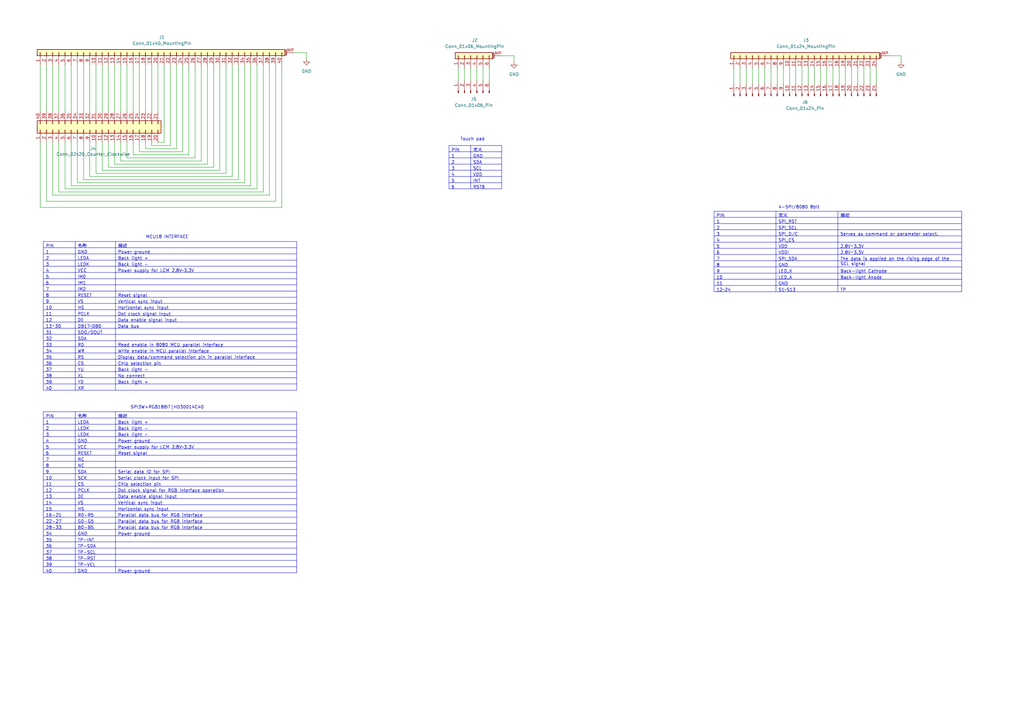
<source format=kicad_sch>
(kicad_sch (version 20250114) (generator "eeschema") (generator_version "9.0")
  (paper "A3")
  (lib_symbols
    (symbol "Connector:Conn_01x06_Pin" (pin_names (offset 1.016) (hide yes))
      (property "Reference" "J" (at 0 7.62 0))
      (property "Value" "Conn_01x06_Pin" (at 0 -10.16 0))
      (symbol "Conn_01x06_Pin_1_1"
        (pin passive line (at 5.08 5.08 180) (length 3.81) (name "Pin_1") (number "1"))
        (pin passive line (at 5.08 2.54 180) (length 3.81) (name "Pin_2") (number "2"))
        (pin passive line (at 5.08 0 180) (length 3.81) (name "Pin_3") (number "3"))
        (pin passive line (at 5.08 -2.54 180) (length 3.81) (name "Pin_4") (number "4"))
        (pin passive line (at 5.08 -5.08 180) (length 3.81) (name "Pin_5") (number "5"))
        (pin passive line (at 5.08 -7.62 180) (length 3.81) (name "Pin_6") (number "6"))
      )
    )
    (symbol "Connector:Conn_01x24_Pin" (pin_names (offset 1.016) (hide yes))
      (property "Reference" "J" (at 0 30.48 0))
      (property "Value" "Conn_01x24_Pin" (at 0 -33.02 0))
      (symbol "Conn_01x24_Pin_1_1"
        (pin passive line (at 5.08 27.94 180) (length 3.81) (name "Pin_1") (number "1"))
        (pin passive line (at 5.08 25.4 180) (length 3.81) (name "Pin_2") (number "2"))
        (pin passive line (at 5.08 22.86 180) (length 3.81) (name "Pin_3") (number "3"))
        (pin passive line (at 5.08 20.32 180) (length 3.81) (name "Pin_4") (number "4"))
        (pin passive line (at 5.08 17.78 180) (length 3.81) (name "Pin_5") (number "5"))
        (pin passive line (at 5.08 15.24 180) (length 3.81) (name "Pin_6") (number "6"))
        (pin passive line (at 5.08 12.7 180) (length 3.81) (name "Pin_7") (number "7"))
        (pin passive line (at 5.08 10.16 180) (length 3.81) (name "Pin_8") (number "8"))
        (pin passive line (at 5.08 7.62 180) (length 3.81) (name "Pin_9") (number "9"))
        (pin passive line (at 5.08 5.08 180) (length 3.81) (name "Pin_10") (number "10"))
        (pin passive line (at 5.08 2.54 180) (length 3.81) (name "Pin_11") (number "11"))
        (pin passive line (at 5.08 0 180) (length 3.81) (name "Pin_12") (number "12"))
        (pin passive line (at 5.08 -2.54 180) (length 3.81) (name "Pin_13") (number "13"))
        (pin passive line (at 5.08 -5.08 180) (length 3.81) (name "Pin_14") (number "14"))
        (pin passive line (at 5.08 -7.62 180) (length 3.81) (name "Pin_15") (number "15"))
        (pin passive line (at 5.08 -10.16 180) (length 3.81) (name "Pin_16") (number "16"))
        (pin passive line (at 5.08 -12.7 180) (length 3.81) (name "Pin_17") (number "17"))
        (pin passive line (at 5.08 -15.24 180) (length 3.81) (name "Pin_18") (number "18"))
        (pin passive line (at 5.08 -17.78 180) (length 3.81) (name "Pin_19") (number "19"))
        (pin passive line (at 5.08 -20.32 180) (length 3.81) (name "Pin_20") (number "20"))
        (pin passive line (at 5.08 -22.86 180) (length 3.81) (name "Pin_21") (number "21"))
        (pin passive line (at 5.08 -25.4 180) (length 3.81) (name "Pin_22") (number "22"))
        (pin passive line (at 5.08 -27.94 180) (length 3.81) (name "Pin_23") (number "23"))
        (pin passive line (at 5.08 -30.48 180) (length 3.81) (name "Pin_24") (number "24"))
      )
    )
    (symbol "Connector_Generic:Conn_02x20_Counter_Clockwise" (pin_names (offset 1.016) (hide yes))
      (property "Reference" "J" (at 1.27 25.4 0))
      (property "Value" "Conn_02x20_Counter_Clockwise" (at 1.27 -27.94 0))
      (symbol "Conn_02x20_Counter_Clockwise_1_1"
        (pin passive line (at -5.08 22.86 0) (length 3.81) (name "Pin_1") (number "1"))
        (pin passive line (at -5.08 20.32 0) (length 3.81) (name "Pin_2") (number "2"))
        (pin passive line (at -5.08 17.78 0) (length 3.81) (name "Pin_3") (number "3"))
        (pin passive line (at -5.08 15.24 0) (length 3.81) (name "Pin_4") (number "4"))
        (pin passive line (at -5.08 12.7 0) (length 3.81) (name "Pin_5") (number "5"))
        (pin passive line (at -5.08 10.16 0) (length 3.81) (name "Pin_6") (number "6"))
        (pin passive line (at -5.08 7.62 0) (length 3.81) (name "Pin_7") (number "7"))
        (pin passive line (at -5.08 5.08 0) (length 3.81) (name "Pin_8") (number "8"))
        (pin passive line (at -5.08 2.54 0) (length 3.81) (name "Pin_9") (number "9"))
        (pin passive line (at -5.08 0 0) (length 3.81) (name "Pin_10") (number "10"))
        (pin passive line (at -5.08 -2.54 0) (length 3.81) (name "Pin_11") (number "11"))
        (pin passive line (at -5.08 -5.08 0) (length 3.81) (name "Pin_12") (number "12"))
        (pin passive line (at -5.08 -7.62 0) (length 3.81) (name "Pin_13") (number "13"))
        (pin passive line (at -5.08 -10.16 0) (length 3.81) (name "Pin_14") (number "14"))
        (pin passive line (at -5.08 -12.7 0) (length 3.81) (name "Pin_15") (number "15"))
        (pin passive line (at -5.08 -15.24 0) (length 3.81) (name "Pin_16") (number "16"))
        (pin passive line (at -5.08 -17.78 0) (length 3.81) (name "Pin_17") (number "17"))
        (pin passive line (at -5.08 -20.32 0) (length 3.81) (name "Pin_18") (number "18"))
        (pin passive line (at -5.08 -22.86 0) (length 3.81) (name "Pin_19") (number "19"))
        (pin passive line (at -5.08 -25.4 0) (length 3.81) (name "Pin_20") (number "20"))
        (pin passive line (at 7.62 22.86 180) (length 3.81) (name "Pin_40") (number "40"))
        (pin passive line (at 7.62 20.32 180) (length 3.81) (name "Pin_39") (number "39"))
        (pin passive line (at 7.62 17.78 180) (length 3.81) (name "Pin_38") (number "38"))
        (pin passive line (at 7.62 15.24 180) (length 3.81) (name "Pin_37") (number "37"))
        (pin passive line (at 7.62 12.7 180) (length 3.81) (name "Pin_36") (number "36"))
        (pin passive line (at 7.62 10.16 180) (length 3.81) (name "Pin_35") (number "35"))
        (pin passive line (at 7.62 7.62 180) (length 3.81) (name "Pin_34") (number "34"))
        (pin passive line (at 7.62 5.08 180) (length 3.81) (name "Pin_33") (number "33"))
        (pin passive line (at 7.62 2.54 180) (length 3.81) (name "Pin_32") (number "32"))
        (pin passive line (at 7.62 0 180) (length 3.81) (name "Pin_31") (number "31"))
        (pin passive line (at 7.62 -2.54 180) (length 3.81) (name "Pin_30") (number "30"))
        (pin passive line (at 7.62 -5.08 180) (length 3.81) (name "Pin_29") (number "29"))
        (pin passive line (at 7.62 -7.62 180) (length 3.81) (name "Pin_28") (number "28"))
        (pin passive line (at 7.62 -10.16 180) (length 3.81) (name "Pin_27") (number "27"))
        (pin passive line (at 7.62 -12.7 180) (length 3.81) (name "Pin_26") (number "26"))
        (pin passive line (at 7.62 -15.24 180) (length 3.81) (name "Pin_25") (number "25"))
        (pin passive line (at 7.62 -17.78 180) (length 3.81) (name "Pin_24") (number "24"))
        (pin passive line (at 7.62 -20.32 180) (length 3.81) (name "Pin_23") (number "23"))
        (pin passive line (at 7.62 -22.86 180) (length 3.81) (name "Pin_22") (number "22"))
        (pin passive line (at 7.62 -25.4 180) (length 3.81) (name "Pin_21") (number "21"))
      )
    )
    (symbol "Connector_Generic_MountingPin:Conn_01x06_MountingPin" (pin_names (offset 1.016) (hide yes))
      (property "Reference" "J" (at 0 7.62 0))
      (property "Value" "Conn_01x06_MountingPin" (at 1.27 -10.16 0))
      (symbol "Conn_01x06_MountingPin_1_1"
        (text "Mounting" (at 0 -9.271 0) (effects (font (size 0.381 0.381))))
        (pin passive line (at -5.08 5.08 0) (length 3.81) (name "Pin_1") (number "1"))
        (pin passive line (at -5.08 2.54 0) (length 3.81) (name "Pin_2") (number "2"))
        (pin passive line (at -5.08 0 0) (length 3.81) (name "Pin_3") (number "3"))
        (pin passive line (at -5.08 -2.54 0) (length 3.81) (name "Pin_4") (number "4"))
        (pin passive line (at -5.08 -5.08 0) (length 3.81) (name "Pin_5") (number "5"))
        (pin passive line (at -5.08 -7.62 0) (length 3.81) (name "Pin_6") (number "6"))
        (pin passive line (at 0 -12.7 90) (length 3.048) (name "MountPin") (number "MP"))
      )
    )
    (symbol "Connector_Generic_MountingPin:Conn_01x24_MountingPin" (pin_names (offset 1.016) (hide yes))
      (property "Reference" "J" (at 0 30.48 0))
      (property "Value" "Conn_01x24_MountingPin" (at 1.27 -33.02 0))
      (symbol "Conn_01x24_MountingPin_1_1"
        (text "Mounting" (at 0 -32.131 0) (effects (font (size 0.381 0.381))))
        (pin passive line (at -5.08 27.94 0) (length 3.81) (name "Pin_1") (number "1"))
        (pin passive line (at -5.08 25.4 0) (length 3.81) (name "Pin_2") (number "2"))
        (pin passive line (at -5.08 22.86 0) (length 3.81) (name "Pin_3") (number "3"))
        (pin passive line (at -5.08 20.32 0) (length 3.81) (name "Pin_4") (number "4"))
        (pin passive line (at -5.08 17.78 0) (length 3.81) (name "Pin_5") (number "5"))
        (pin passive line (at -5.08 15.24 0) (length 3.81) (name "Pin_6") (number "6"))
        (pin passive line (at -5.08 12.7 0) (length 3.81) (name "Pin_7") (number "7"))
        (pin passive line (at -5.08 10.16 0) (length 3.81) (name "Pin_8") (number "8"))
        (pin passive line (at -5.08 7.62 0) (length 3.81) (name "Pin_9") (number "9"))
        (pin passive line (at -5.08 5.08 0) (length 3.81) (name "Pin_10") (number "10"))
        (pin passive line (at -5.08 2.54 0) (length 3.81) (name "Pin_11") (number "11"))
        (pin passive line (at -5.08 0 0) (length 3.81) (name "Pin_12") (number "12"))
        (pin passive line (at -5.08 -2.54 0) (length 3.81) (name "Pin_13") (number "13"))
        (pin passive line (at -5.08 -5.08 0) (length 3.81) (name "Pin_14") (number "14"))
        (pin passive line (at -5.08 -7.62 0) (length 3.81) (name "Pin_15") (number "15"))
        (pin passive line (at -5.08 -10.16 0) (length 3.81) (name "Pin_16") (number "16"))
        (pin passive line (at -5.08 -12.7 0) (length 3.81) (name "Pin_17") (number "17"))
        (pin passive line (at -5.08 -15.24 0) (length 3.81) (name "Pin_18") (number "18"))
        (pin passive line (at -5.08 -17.78 0) (length 3.81) (name "Pin_19") (number "19"))
        (pin passive line (at -5.08 -20.32 0) (length 3.81) (name "Pin_20") (number "20"))
        (pin passive line (at -5.08 -22.86 0) (length 3.81) (name "Pin_21") (number "21"))
        (pin passive line (at -5.08 -25.4 0) (length 3.81) (name "Pin_22") (number "22"))
        (pin passive line (at -5.08 -27.94 0) (length 3.81) (name "Pin_23") (number "23"))
        (pin passive line (at -5.08 -30.48 0) (length 3.81) (name "Pin_24") (number "24"))
        (pin passive line (at 0 -35.56 90) (length 3.048) (name "MountPin") (number "MP"))
      )
    )
    (symbol "Connector_Generic_MountingPin:Conn_01x40_MountingPin" (pin_names (offset 1.016) (hide yes))
      (property "Reference" "J" (at 0 50.8 0))
      (property "Value" "Conn_01x40_MountingPin" (at 1.27 -53.34 0))
      (symbol "Conn_01x40_MountingPin_1_1"
        (text "Mounting" (at 0 -52.451 0) (effects (font (size 0.381 0.381))))
        (pin passive line (at -5.08 48.26 0) (length 3.81) (name "Pin_1") (number "1"))
        (pin passive line (at -5.08 45.72 0) (length 3.81) (name "Pin_2") (number "2"))
        (pin passive line (at -5.08 43.18 0) (length 3.81) (name "Pin_3") (number "3"))
        (pin passive line (at -5.08 40.64 0) (length 3.81) (name "Pin_4") (number "4"))
        (pin passive line (at -5.08 38.1 0) (length 3.81) (name "Pin_5") (number "5"))
        (pin passive line (at -5.08 35.56 0) (length 3.81) (name "Pin_6") (number "6"))
        (pin passive line (at -5.08 33.02 0) (length 3.81) (name "Pin_7") (number "7"))
        (pin passive line (at -5.08 30.48 0) (length 3.81) (name "Pin_8") (number "8"))
        (pin passive line (at -5.08 27.94 0) (length 3.81) (name "Pin_9") (number "9"))
        (pin passive line (at -5.08 25.4 0) (length 3.81) (name "Pin_10") (number "10"))
        (pin passive line (at -5.08 22.86 0) (length 3.81) (name "Pin_11") (number "11"))
        (pin passive line (at -5.08 20.32 0) (length 3.81) (name "Pin_12") (number "12"))
        (pin passive line (at -5.08 17.78 0) (length 3.81) (name "Pin_13") (number "13"))
        (pin passive line (at -5.08 15.24 0) (length 3.81) (name "Pin_14") (number "14"))
        (pin passive line (at -5.08 12.7 0) (length 3.81) (name "Pin_15") (number "15"))
        (pin passive line (at -5.08 10.16 0) (length 3.81) (name "Pin_16") (number "16"))
        (pin passive line (at -5.08 7.62 0) (length 3.81) (name "Pin_17") (number "17"))
        (pin passive line (at -5.08 5.08 0) (length 3.81) (name "Pin_18") (number "18"))
        (pin passive line (at -5.08 2.54 0) (length 3.81) (name "Pin_19") (number "19"))
        (pin passive line (at -5.08 0 0) (length 3.81) (name "Pin_20") (number "20"))
        (pin passive line (at -5.08 -2.54 0) (length 3.81) (name "Pin_21") (number "21"))
        (pin passive line (at -5.08 -5.08 0) (length 3.81) (name "Pin_22") (number "22"))
        (pin passive line (at -5.08 -7.62 0) (length 3.81) (name "Pin_23") (number "23"))
        (pin passive line (at -5.08 -10.16 0) (length 3.81) (name "Pin_24") (number "24"))
        (pin passive line (at -5.08 -12.7 0) (length 3.81) (name "Pin_25") (number "25"))
        (pin passive line (at -5.08 -15.24 0) (length 3.81) (name "Pin_26") (number "26"))
        (pin passive line (at -5.08 -17.78 0) (length 3.81) (name "Pin_27") (number "27"))
        (pin passive line (at -5.08 -20.32 0) (length 3.81) (name "Pin_28") (number "28"))
        (pin passive line (at -5.08 -22.86 0) (length 3.81) (name "Pin_29") (number "29"))
        (pin passive line (at -5.08 -25.4 0) (length 3.81) (name "Pin_30") (number "30"))
        (pin passive line (at -5.08 -27.94 0) (length 3.81) (name "Pin_31") (number "31"))
        (pin passive line (at -5.08 -30.48 0) (length 3.81) (name "Pin_32") (number "32"))
        (pin passive line (at -5.08 -33.02 0) (length 3.81) (name "Pin_33") (number "33"))
        (pin passive line (at -5.08 -35.56 0) (length 3.81) (name "Pin_34") (number "34"))
        (pin passive line (at -5.08 -38.1 0) (length 3.81) (name "Pin_35") (number "35"))
        (pin passive line (at -5.08 -40.64 0) (length 3.81) (name "Pin_36") (number "36"))
        (pin passive line (at -5.08 -43.18 0) (length 3.81) (name "Pin_37") (number "37"))
        (pin passive line (at -5.08 -45.72 0) (length 3.81) (name "Pin_38") (number "38"))
        (pin passive line (at -5.08 -48.26 0) (length 3.81) (name "Pin_39") (number "39"))
        (pin passive line (at -5.08 -50.8 0) (length 3.81) (name "Pin_40") (number "40"))
        (pin passive line (at 0 -55.88 90) (length 3.048) (name "MountPin") (number "MP"))
      )
    )
    (symbol "power:GND" (power) (pin_numbers (hide yes)) (pin_names (offset 0) (hide yes))
      (property "Value" "GND" (at 0 -3.81 0))
      (symbol "GND_1_1"
        (pin power_in line (at 0 0 270) (length 0) (name "~") (number "1"))
      )
    )
  )
  (text "4-SPI/8080 8bit" (at 327.66 85.09 0) (effects (font (size 1.27 1.27))))
  (text "MCU18 INTERFACE" (at 68.58 97.282 0) (effects (font (size 1.27 1.27))))
  (text "SPI3W+RGB18BIT|HD30014C40" (at 68.58 167.132 0) (effects (font (size 1.27 1.27))))
  (text "Touch pad" (at 193.802 57.15 0) (effects (font (size 1.27 1.27))))
  (wire (pts (xy 54.61 26.67) (xy 54.61 45.72)))
  (wire (pts (xy 36.83 72.39) (xy 95.25 72.39)))
  (wire (pts (xy 306.07 27.94) (xy 306.07 34.29)))
  (wire (pts (xy 97.79 26.67) (xy 97.79 73.66)))
  (wire (pts (xy 72.39 60.96) (xy 59.69 60.96)))
  (wire (pts (xy 318.77 27.94) (xy 318.77 34.29)))
  (wire (pts (xy 300.99 27.94) (xy 300.99 34.29)))
  (wire (pts (xy 59.69 26.67) (xy 59.69 45.72)))
  (wire (pts (xy 346.71 27.94) (xy 346.71 34.29)))
  (wire (pts (xy 16.51 85.09) (xy 115.57 85.09)))
  (wire (pts (xy 198.12 27.94) (xy 198.12 33.02)))
  (wire (pts (xy 46.99 58.42) (xy 46.99 67.31)))
  (wire (pts (xy 41.91 58.42) (xy 41.91 69.85)))
  (wire (pts (xy 87.63 68.58) (xy 44.45 68.58)))
  (wire (pts (xy 77.47 63.5) (xy 54.61 63.5)))
  (wire (pts (xy 100.33 74.93) (xy 100.33 26.67)))
  (wire (pts (xy 39.37 26.67) (xy 39.37 45.72)))
  (wire (pts (xy 369.57 22.86) (xy 369.57 25.4)))
  (wire (pts (xy 41.91 69.85) (xy 90.17 69.85)))
  (wire (pts (xy 326.39 27.94) (xy 326.39 34.29)))
  (wire (pts (xy 16.51 58.42) (xy 16.51 85.09)))
  (wire (pts (xy 125.73 21.59) (xy 125.73 24.13)))
  (wire (pts (xy 52.07 58.42) (xy 52.07 64.77)))
  (wire (pts (xy 44.45 68.58) (xy 44.45 58.42)))
  (wire (pts (xy 82.55 26.67) (xy 82.55 66.04)))
  (wire (pts (xy 354.33 27.94) (xy 354.33 34.29)))
  (wire (pts (xy 44.45 26.67) (xy 44.45 45.72)))
  (wire (pts (xy 80.01 64.77) (xy 80.01 26.67)))
  (wire (pts (xy 49.53 66.04) (xy 49.53 58.42)))
  (wire (pts (xy 341.63 27.94) (xy 341.63 34.29)))
  (wire (pts (xy 210.82 22.86) (xy 210.82 25.4)))
  (wire (pts (xy 90.17 69.85) (xy 90.17 26.67)))
  (wire (pts (xy 195.58 27.94) (xy 195.58 33.02)))
  (wire (pts (xy 72.39 26.67) (xy 72.39 60.96)))
  (wire (pts (xy 69.85 59.69) (xy 69.85 26.67)))
  (wire (pts (xy 321.31 27.94) (xy 321.31 34.29)))
  (wire (pts (xy 115.57 85.09) (xy 115.57 26.67)))
  (wire (pts (xy 92.71 71.12) (xy 39.37 71.12)))
  (wire (pts (xy 113.03 26.67) (xy 113.03 82.55)))
  (wire (pts (xy 21.59 26.67) (xy 21.59 45.72)))
  (wire (pts (xy 193.04 27.94) (xy 193.04 33.02)))
  (wire (pts (xy 19.05 82.55) (xy 19.05 58.42)))
  (wire (pts (xy 364.49 22.86) (xy 369.57 22.86)))
  (wire (pts (xy 311.15 27.94) (xy 311.15 34.29)))
  (wire (pts (xy 26.67 77.47) (xy 105.41 77.47)))
  (wire (pts (xy 41.91 26.67) (xy 41.91 45.72)))
  (wire (pts (xy 21.59 58.42) (xy 21.59 80.01)))
  (wire (pts (xy 107.95 78.74) (xy 24.13 78.74)))
  (wire (pts (xy 95.25 72.39) (xy 95.25 26.67)))
  (wire (pts (xy 328.93 27.94) (xy 328.93 34.29)))
  (wire (pts (xy 54.61 63.5) (xy 54.61 58.42)))
  (wire (pts (xy 57.15 26.67) (xy 57.15 45.72)))
  (wire (pts (xy 52.07 64.77) (xy 80.01 64.77)))
  (wire (pts (xy 57.15 62.23) (xy 74.93 62.23)))
  (wire (pts (xy 36.83 58.42) (xy 36.83 72.39)))
  (wire (pts (xy 336.55 27.94) (xy 336.55 34.29)))
  (wire (pts (xy 67.31 58.42) (xy 64.77 58.42)))
  (wire (pts (xy 57.15 58.42) (xy 57.15 62.23)))
  (wire (pts (xy 102.87 76.2) (xy 29.21 76.2)))
  (wire (pts (xy 29.21 76.2) (xy 29.21 58.42)))
  (wire (pts (xy 113.03 82.55) (xy 19.05 82.55)))
  (wire (pts (xy 316.23 27.94) (xy 316.23 34.29)))
  (wire (pts (xy 105.41 77.47) (xy 105.41 26.67)))
  (wire (pts (xy 21.59 80.01) (xy 110.49 80.01)))
  (wire (pts (xy 87.63 26.67) (xy 87.63 68.58)))
  (wire (pts (xy 19.05 26.67) (xy 19.05 45.72)))
  (wire (pts (xy 64.77 26.67) (xy 64.77 45.72)))
  (wire (pts (xy 205.74 22.86) (xy 210.82 22.86)))
  (wire (pts (xy 356.87 27.94) (xy 356.87 34.29)))
  (wire (pts (xy 110.49 80.01) (xy 110.49 26.67)))
  (wire (pts (xy 62.23 59.69) (xy 69.85 59.69)))
  (wire (pts (xy 92.71 26.67) (xy 92.71 71.12)))
  (wire (pts (xy 331.47 27.94) (xy 331.47 34.29)))
  (wire (pts (xy 62.23 58.42) (xy 62.23 59.69)))
  (wire (pts (xy 49.53 26.67) (xy 49.53 45.72)))
  (wire (pts (xy 46.99 26.67) (xy 46.99 45.72)))
  (wire (pts (xy 31.75 58.42) (xy 31.75 74.93)))
  (wire (pts (xy 77.47 26.67) (xy 77.47 63.5)))
  (wire (pts (xy 85.09 67.31) (xy 85.09 26.67)))
  (wire (pts (xy 313.69 27.94) (xy 313.69 34.29)))
  (wire (pts (xy 97.79 73.66) (xy 34.29 73.66)))
  (wire (pts (xy 59.69 60.96) (xy 59.69 58.42)))
  (wire (pts (xy 190.5 27.94) (xy 190.5 33.02)))
  (wire (pts (xy 39.37 71.12) (xy 39.37 58.42)))
  (wire (pts (xy 16.51 26.67) (xy 16.51 45.72)))
  (wire (pts (xy 29.21 26.67) (xy 29.21 45.72)))
  (wire (pts (xy 67.31 26.67) (xy 67.31 58.42)))
  (wire (pts (xy 62.23 26.67) (xy 62.23 45.72)))
  (wire (pts (xy 52.07 26.67) (xy 52.07 45.72)))
  (wire (pts (xy 120.65 21.59) (xy 125.73 21.59)))
  (wire (pts (xy 31.75 26.67) (xy 31.75 45.72)))
  (wire (pts (xy 46.99 67.31) (xy 85.09 67.31)))
  (wire (pts (xy 334.01 27.94) (xy 334.01 34.29)))
  (wire (pts (xy 187.96 27.94) (xy 187.96 33.02)))
  (wire (pts (xy 308.61 27.94) (xy 308.61 34.29)))
  (wire (pts (xy 351.79 27.94) (xy 351.79 34.29)))
  (wire (pts (xy 36.83 26.67) (xy 36.83 45.72)))
  (wire (pts (xy 26.67 58.42) (xy 26.67 77.47)))
  (wire (pts (xy 323.85 27.94) (xy 323.85 34.29)))
  (wire (pts (xy 359.41 27.94) (xy 359.41 34.29)))
  (wire (pts (xy 303.53 27.94) (xy 303.53 34.29)))
  (wire (pts (xy 24.13 26.67) (xy 24.13 45.72)))
  (wire (pts (xy 200.66 27.94) (xy 200.66 33.02)))
  (wire (pts (xy 339.09 27.94) (xy 339.09 34.29)))
  (wire (pts (xy 34.29 73.66) (xy 34.29 58.42)))
  (wire (pts (xy 74.93 62.23) (xy 74.93 26.67)))
  (wire (pts (xy 24.13 78.74) (xy 24.13 58.42)))
  (wire (pts (xy 26.67 26.67) (xy 26.67 45.72)))
  (wire (pts (xy 31.75 74.93) (xy 100.33 74.93)))
  (wire (pts (xy 344.17 27.94) (xy 344.17 34.29)))
  (wire (pts (xy 349.25 27.94) (xy 349.25 34.29)))
  (wire (pts (xy 102.87 26.67) (xy 102.87 76.2)))
  (wire (pts (xy 34.29 26.67) (xy 34.29 45.72)))
  (wire (pts (xy 82.55 66.04) (xy 49.53 66.04)))
  (wire (pts (xy 107.95 26.67) (xy 107.95 78.74)))
  (table (column_count 2) (border (external yes) (header yes)) (separators (rows yes) (cols yes)) (column_widths 8.89 12.7) (row_heights 2.54 2.54 2.54 2.54 2.54 2.54 2.54) (cells (table_cell "PIN" (at 184.15 59.69 0) (size 8.89 2.54) (margins 0.9525 0.9525 0.9525 0.9525) (span 1 1)) (table_cell "定义" (at 193.04 59.69 0) (size 12.7 2.54) (margins 0.9525 0.9525 0.9525 0.9525) (span 1 1)) (table_cell "1" (at 184.15 62.23 0) (size 8.89 2.54) (margins 0.9525 0.9525 0.9525 0.9525) (span 1 1)) (table_cell "GND" (at 193.04 62.23 0) (size 12.7 2.54) (margins 0.9525 0.9525 0.9525 0.9525) (span 1 1)) (table_cell "2" (at 184.15 64.77 0) (size 8.89 2.54) (margins 0.9525 0.9525 0.9525 0.9525) (span 1 1)) (table_cell "SDA" (at 193.04 64.77 0) (size 12.7 2.54) (margins 0.9525 0.9525 0.9525 0.9525) (span 1 1)) (table_cell "3" (at 184.15 67.31 0) (size 8.89 2.54) (margins 0.9525 0.9525 0.9525 0.9525) (span 1 1)) (table_cell "SCL" (at 193.04 67.31 0) (size 12.7 2.54) (margins 0.9525 0.9525 0.9525 0.9525) (span 1 1)) (table_cell "4" (at 184.15 69.85 0) (size 8.89 2.54) (margins 0.9525 0.9525 0.9525 0.9525) (span 1 1)) (table_cell "VDD" (at 193.04 69.85 0) (size 12.7 2.54) (margins 0.9525 0.9525 0.9525 0.9525) (span 1 1)) (table_cell "5" (at 184.15 72.39 0) (size 8.89 2.54) (margins 0.9525 0.9525 0.9525 0.9525) (span 1 1)) (table_cell "INT" (at 193.04 72.39 0) (size 12.7 2.54) (margins 0.9525 0.9525 0.9525 0.9525) (span 1 1)) (table_cell "6" (at 184.15 74.93 0) (size 8.89 2.54) (margins 0.9525 0.9525 0.9525 0.9525) (span 1 1)) (table_cell "RSTB" (at 193.04 74.93 0) (size 12.7 2.54) (margins 0.9525 0.9525 0.9525 0.9525) (span 1 1))))
  (table (column_count 3) (border (external yes) (header yes)) (separators (rows yes) (cols yes)) (column_widths 25.4 25.4 50.8) (row_heights 2.54 2.54 2.54 2.54 2.54 2.54 2.54 2.54 2.54 2.54 2.54 2.54 2.54) (cells (table_cell "PIN" (at 292.862 86.614 0) (size 25.4 2.54) (margins 0.9525 0.9525 0.9525 0.9525) (span 1 1)) (table_cell "定义" (at 318.262 86.614 0) (size 25.4 2.54) (margins 0.9525 0.9525 0.9525 0.9525) (span 1 1)) (table_cell "描述" (at 343.662 86.614 0) (size 50.8 2.54) (margins 0.9525 0.9525 0.9525 0.9525) (span 1 1)) (table_cell "1" (at 292.862 89.154 0) (size 25.4 2.54) (margins 0.9525 0.9525 0.9525 0.9525) (span 1 1)) (table_cell "SPI_RST" (at 318.262 89.154 0) (size 25.4 2.54) (margins 0.9525 0.9525 0.9525 0.9525) (span 1 1)) (table_cell "" (at 343.662 89.154 0) (size 50.8 2.54) (margins 0.9525 0.9525 0.9525 0.9525) (span 1 1)) (table_cell "2" (at 292.862 91.694 0) (size 25.4 2.54) (margins 0.9525 0.9525 0.9525 0.9525) (span 1 1)) (table_cell "SPI_SCL" (at 318.262 91.694 0) (size 25.4 2.54) (margins 0.9525 0.9525 0.9525 0.9525) (span 1 1)) (table_cell "" (at 343.662 91.694 0) (size 50.8 2.54) (margins 0.9525 0.9525 0.9525 0.9525) (span 1 1)) (table_cell "3" (at 292.862 94.234 0) (size 25.4 2.54) (margins 0.9525 0.9525 0.9525 0.9525) (span 1 1)) (table_cell "SPI_D/C" (at 318.262 94.234 0) (size 25.4 2.54) (margins 0.9525 0.9525 0.9525 0.9525) (span 1 1)) (table_cell "Serves as command or parameter select." (at 343.662 94.234 0) (size 50.8 2.54) (margins 0.9525 0.9525 0.9525 0.9525) (span 1 1)) (table_cell "4" (at 292.862 96.774 0) (size 25.4 2.54) (margins 0.9525 0.9525 0.9525 0.9525) (span 1 1)) (table_cell "SPI_CS" (at 318.262 96.774 0) (size 25.4 2.54) (margins 0.9525 0.9525 0.9525 0.9525) (span 1 1)) (table_cell "" (at 343.662 96.774 0) (size 50.8 2.54) (margins 0.9525 0.9525 0.9525 0.9525) (span 1 1)) (table_cell "5" (at 292.862 99.314 0) (size 25.4 2.54) (margins 0.9525 0.9525 0.9525 0.9525) (span 1 1)) (table_cell "VDD" (at 318.262 99.314 0) (size 25.4 2.54) (margins 0.9525 0.9525 0.9525 0.9525) (span 1 1)) (table_cell "2.8V～3.3V" (at 343.662 99.314 0) (size 50.8 2.54) (margins 0.9525 0.9525 0.9525 0.9525) (span 1 1)) (table_cell "6" (at 292.862 101.854 0) (size 25.4 2.54) (margins 0.9525 0.9525 0.9525 0.9525) (span 1 1)) (table_cell "VDDI" (at 318.262 101.854 0) (size 25.4 2.54) (margins 0.9525 0.9525 0.9525 0.9525) (span 1 1)) (table_cell "2.8V～3.3V" (at 343.662 101.854 0) (size 50.8 2.54) (margins 0.9525 0.9525 0.9525 0.9525) (span 1 1)) (table_cell "7" (at 292.862 104.394 0) (size 25.4 2.54) (margins 0.9525 0.9525 0.9525 0.9525) (span 1 1)) (table_cell "SPI_SDA" (at 318.262 104.394 0) (size 25.4 2.54) (margins 0.9525 0.9525 0.9525 0.9525) (span 1 1)) (table_cell "The data is applied on the rising edge of the SCL signal" (at 343.662 104.394 0) (size 50.8 2.54) (margins 0.9525 0.9525 0.9525 0.9525) (span 1 1)) (table_cell "8" (at 292.862 106.934 0) (size 25.4 2.54) (margins 0.9525 0.9525 0.9525 0.9525) (span 1 1)) (table_cell "GND" (at 318.262 106.934 0) (size 25.4 2.54) (margins 0.9525 0.9525 0.9525 0.9525) (span 1 1)) (table_cell "" (at 343.662 106.934 0) (size 50.8 2.54) (margins 0.9525 0.9525 0.9525 0.9525) (span 1 1)) (table_cell "9" (at 292.862 109.474 0) (size 25.4 2.54) (margins 0.9525 0.9525 0.9525 0.9525) (span 1 1)) (table_cell "LED_K" (at 318.262 109.474 0) (size 25.4 2.54) (margins 0.9525 0.9525 0.9525 0.9525) (span 1 1)) (table_cell "Back-light Cathode" (at 343.662 109.474 0) (size 50.8 2.54) (margins 0.9525 0.9525 0.9525 0.9525) (span 1 1)) (table_cell "10" (at 292.862 112.014 0) (size 25.4 2.54) (margins 0.9525 0.9525 0.9525 0.9525) (span 1 1)) (table_cell "LED_A" (at 318.262 112.014 0) (size 25.4 2.54) (margins 0.9525 0.9525 0.9525 0.9525) (span 1 1)) (table_cell "Back-light Anode" (at 343.662 112.014 0) (size 50.8 2.54) (margins 0.9525 0.9525 0.9525 0.9525) (span 1 1)) (table_cell "11" (at 292.862 114.554 0) (size 25.4 2.54) (margins 0.9525 0.9525 0.9525 0.9525) (span 1 1)) (table_cell "GND" (at 318.262 114.554 0) (size 25.4 2.54) (margins 0.9525 0.9525 0.9525 0.9525) (span 1 1)) (table_cell "" (at 343.662 114.554 0) (size 50.8 2.54) (margins 0.9525 0.9525 0.9525 0.9525) (span 1 1)) (table_cell "12~24" (at 292.862 117.094 0) (size 25.4 2.54) (margins 0.9525 0.9525 0.9525 0.9525) (span 1 1)) (table_cell "S1~S13" (at 318.262 117.094 0) (size 25.4 2.54) (margins 0.9525 0.9525 0.9525 0.9525) (span 1 1)) (table_cell "TP" (at 343.662 117.094 0) (size 50.8 2.54) (margins 0.9525 0.9525 0.9525 0.9525) (span 1 1))))
  (table (column_count 3) (border (external yes) (header yes)) (separators (rows yes) (cols yes)) (column_widths 13.081 16.51 74.295) (row_heights 2.54 2.54 2.54 2.54 2.54 2.54 2.54 2.54 2.54 2.54 2.54 2.54 2.54 2.54 2.54 2.54 2.54 2.54 2.54 2.54 2.54 2.54 2.54 2.54) (cells (table_cell "PIN" (at 17.78 99.06 0) (size 13.081 2.54) (margins 0.9525 0.9525 0.9525 0.9525) (span 1 1)) (table_cell "名称" (at 30.861 99.06 0) (size 16.51 2.54) (margins 0.9525 0.9525 0.9525 0.9525) (span 1 1)) (table_cell "描述" (at 47.371 99.06 0) (size 74.295 2.54) (margins 0.9525 0.9525 0.9525 0.9525) (span 1 1)) (table_cell "1" (at 17.78 101.6 0) (size 13.081 2.54) (margins 0.9525 0.9525 0.9525 0.9525) (span 1 1)) (table_cell "GND" (at 30.861 101.6 0) (size 16.51 2.54) (margins 0.9525 0.9525 0.9525 0.9525) (span 1 1)) (table_cell "Power ground" (at 47.371 101.6 0) (size 74.295 2.54) (margins 0.9525 0.9525 0.9525 0.9525) (span 1 1)) (table_cell "2" (at 17.78 104.14 0) (size 13.081 2.54) (margins 0.9525 0.9525 0.9525 0.9525) (span 1 1)) (table_cell "LEDA" (at 30.861 104.14 0) (size 16.51 2.54) (margins 0.9525 0.9525 0.9525 0.9525) (span 1 1)) (table_cell "Back light +" (at 47.371 104.14 0) (size 74.295 2.54) (margins 0.9525 0.9525 0.9525 0.9525) (span 1 1)) (table_cell "3" (at 17.78 106.68 0) (size 13.081 2.54) (margins 0.9525 0.9525 0.9525 0.9525) (span 1 1)) (table_cell "LEDK" (at 30.861 106.68 0) (size 16.51 2.54) (margins 0.9525 0.9525 0.9525 0.9525) (span 1 1)) (table_cell "Back light -" (at 47.371 106.68 0) (size 74.295 2.54) (margins 0.9525 0.9525 0.9525 0.9525) (span 1 1)) (table_cell "4" (at 17.78 109.22 0) (size 13.081 2.54) (margins 0.9525 0.9525 0.9525 0.9525) (span 1 1)) (table_cell "VCC" (at 30.861 109.22 0) (size 16.51 2.54) (margins 0.9525 0.9525 0.9525 0.9525) (span 1 1)) (table_cell "Power supply for LCM 2.8V~3.3V" (at 47.371 109.22 0) (size 74.295 2.54) (margins 0.9525 0.9525 0.9525 0.9525) (span 1 1)) (table_cell "5" (at 17.78 111.76 0) (size 13.081 2.54) (margins 0.9525 0.9525 0.9525 0.9525) (span 1 1)) (table_cell "IM0" (at 30.861 111.76 0) (size 16.51 2.54) (margins 0.9525 0.9525 0.9525 0.9525) (span 1 1)) (table_cell "" (at 47.371 111.76 0) (size 74.295 2.54) (margins 0.9525 0.9525 0.9525 0.9525) (span 1 1)) (table_cell "6" (at 17.78 114.3 0) (size 13.081 2.54) (margins 0.9525 0.9525 0.9525 0.9525) (span 1 1)) (table_cell "IM1" (at 30.861 114.3 0) (size 16.51 2.54) (margins 0.9525 0.9525 0.9525 0.9525) (span 1 1)) (table_cell "" (at 47.371 114.3 0) (size 74.295 2.54) (margins 0.9525 0.9525 0.9525 0.9525) (span 1 1)) (table_cell "7" (at 17.78 116.84 0) (size 13.081 2.54) (margins 0.9525 0.9525 0.9525 0.9525) (span 1 1)) (table_cell "IM2" (at 30.861 116.84 0) (size 16.51 2.54) (margins 0.9525 0.9525 0.9525 0.9525) (span 1 1)) (table_cell "" (at 47.371 116.84 0) (size 74.295 2.54) (margins 0.9525 0.9525 0.9525 0.9525) (span 1 1)) (table_cell "8" (at 17.78 119.38 0) (size 13.081 2.54) (margins 0.9525 0.9525 0.9525 0.9525) (span 1 1)) (table_cell "RESET" (at 30.861 119.38 0) (size 16.51 2.54) (margins 0.9525 0.9525 0.9525 0.9525) (span 1 1)) (table_cell "Reset signal" (at 47.371 119.38 0) (size 74.295 2.54) (margins 0.9525 0.9525 0.9525 0.9525) (span 1 1)) (table_cell "9" (at 17.78 121.92 0) (size 13.081 2.54) (margins 0.9525 0.9525 0.9525 0.9525) (span 1 1)) (table_cell "VS" (at 30.861 121.92 0) (size 16.51 2.54) (margins 0.9525 0.9525 0.9525 0.9525) (span 1 1)) (table_cell "Vertical sync input" (at 47.371 121.92 0) (size 74.295 2.54) (margins 0.9525 0.9525 0.9525 0.9525) (span 1 1)) (table_cell "10" (at 17.78 124.46 0) (size 13.081 2.54) (margins 0.9525 0.9525 0.9525 0.9525) (span 1 1)) (table_cell "HS" (at 30.861 124.46 0) (size 16.51 2.54) (margins 0.9525 0.9525 0.9525 0.9525) (span 1 1)) (table_cell "Horizontal sync input" (at 47.371 124.46 0) (size 74.295 2.54) (margins 0.9525 0.9525 0.9525 0.9525) (span 1 1)) (table_cell "11" (at 17.78 127 0) (size 13.081 2.54) (margins 0.9525 0.9525 0.9525 0.9525) (span 1 1)) (table_cell "PCLK" (at 30.861 127 0) (size 16.51 2.54) (margins 0.9525 0.9525 0.9525 0.9525) (span 1 1)) (table_cell "Dot clock signal input" (at 47.371 127 0) (size 74.295 2.54) (margins 0.9525 0.9525 0.9525 0.9525) (span 1 1)) (table_cell "12" (at 17.78 129.54 0) (size 13.081 2.54) (margins 0.9525 0.9525 0.9525 0.9525) (span 1 1)) (table_cell "DE" (at 30.861 129.54 0) (size 16.51 2.54) (margins 0.9525 0.9525 0.9525 0.9525) (span 1 1)) (table_cell "Data enable signal input" (at 47.371 129.54 0) (size 74.295 2.54) (margins 0.9525 0.9525 0.9525 0.9525) (span 1 1)) (table_cell "13～30" (at 17.78 132.08 0) (size 13.081 2.54) (margins 0.9525 0.9525 0.9525 0.9525) (span 1 1)) (table_cell "DB17~DB0" (at 30.861 132.08 0) (size 16.51 2.54) (margins 0.9525 0.9525 0.9525 0.9525) (span 1 1)) (table_cell "Data bus" (at 47.371 132.08 0) (size 74.295 2.54) (margins 0.9525 0.9525 0.9525 0.9525) (span 1 1)) (table_cell "31" (at 17.78 134.62 0) (size 13.081 2.54) (margins 0.9525 0.9525 0.9525 0.9525) (span 1 1)) (table_cell "SDO/DOUT" (at 30.861 134.62 0) (size 16.51 2.54) (margins 0.9525 0.9525 0.9525 0.9525) (span 1 1)) (table_cell "" (at 47.371 134.62 0) (size 74.295 2.54) (margins 0.9525 0.9525 0.9525 0.9525) (span 1 1)) (table_cell "32" (at 17.78 137.16 0) (size 13.081 2.54) (margins 0.9525 0.9525 0.9525 0.9525) (span 1 1)) (table_cell "SDA" (at 30.861 137.16 0) (size 16.51 2.54) (margins 0.9525 0.9525 0.9525 0.9525) (span 1 1)) (table_cell "" (at 47.371 137.16 0) (size 74.295 2.54) (margins 0.9525 0.9525 0.9525 0.9525) (span 1 1)) (table_cell "33" (at 17.78 139.7 0) (size 13.081 2.54) (margins 0.9525 0.9525 0.9525 0.9525) (span 1 1)) (table_cell "RD" (at 30.861 139.7 0) (size 16.51 2.54) (margins 0.9525 0.9525 0.9525 0.9525) (span 1 1)) (table_cell "Read enable in 8080 MCU parallel interface" (at 47.371 139.7 0) (size 74.295 2.54) (margins 0.9525 0.9525 0.9525 0.9525) (span 1 1)) (table_cell "34" (at 17.78 142.24 0) (size 13.081 2.54) (margins 0.9525 0.9525 0.9525 0.9525) (span 1 1)) (table_cell "WR" (at 30.861 142.24 0) (size 16.51 2.54) (margins 0.9525 0.9525 0.9525 0.9525) (span 1 1)) (table_cell "Write enable in MCU parallel interface" (at 47.371 142.24 0) (size 74.295 2.54) (margins 0.9525 0.9525 0.9525 0.9525) (span 1 1)) (table_cell "35" (at 17.78 144.78 0) (size 13.081 2.54) (margins 0.9525 0.9525 0.9525 0.9525) (span 1 1)) (table_cell "RS" (at 30.861 144.78 0) (size 16.51 2.54) (margins 0.9525 0.9525 0.9525 0.9525) (span 1 1)) (table_cell "Display data/command selection pin in parallel interface" (at 47.371 144.78 0) (size 74.295 2.54) (margins 0.9525 0.9525 0.9525 0.9525) (span 1 1)) (table_cell "36" (at 17.78 147.32 0) (size 13.081 2.54) (margins 0.9525 0.9525 0.9525 0.9525) (span 1 1)) (table_cell "CS" (at 30.861 147.32 0) (size 16.51 2.54) (margins 0.9525 0.9525 0.9525 0.9525) (span 1 1)) (table_cell "Chip selection pin" (at 47.371 147.32 0) (size 74.295 2.54) (margins 0.9525 0.9525 0.9525 0.9525) (span 1 1)) (table_cell "37" (at 17.78 149.86 0) (size 13.081 2.54) (margins 0.9525 0.9525 0.9525 0.9525) (span 1 1)) (table_cell "YU" (at 30.861 149.86 0) (size 16.51 2.54) (margins 0.9525 0.9525 0.9525 0.9525) (span 1 1)) (table_cell "Back light -" (at 47.371 149.86 0) (size 74.295 2.54) (margins 0.9525 0.9525 0.9525 0.9525) (span 1 1)) (table_cell "38" (at 17.78 152.4 0) (size 13.081 2.54) (margins 0.9525 0.9525 0.9525 0.9525) (span 1 1)) (table_cell "XL" (at 30.861 152.4 0) (size 16.51 2.54) (margins 0.9525 0.9525 0.9525 0.9525) (span 1 1)) (table_cell "No connect" (at 47.371 152.4 0) (size 74.295 2.54) (margins 0.9525 0.9525 0.9525 0.9525) (span 1 1)) (table_cell "39" (at 17.78 154.94 0) (size 13.081 2.54) (margins 0.9525 0.9525 0.9525 0.9525) (span 1 1)) (table_cell "YD" (at 30.861 154.94 0) (size 16.51 2.54) (margins 0.9525 0.9525 0.9525 0.9525) (span 1 1)) (table_cell "Back light +" (at 47.371 154.94 0) (size 74.295 2.54) (margins 0.9525 0.9525 0.9525 0.9525) (span 1 1)) (table_cell "40" (at 17.78 157.48 0) (size 13.081 2.54) (margins 0.9525 0.9525 0.9525 0.9525) (span 1 1)) (table_cell "XR" (at 30.861 157.48 0) (size 16.51 2.54) (margins 0.9525 0.9525 0.9525 0.9525) (span 1 1)) (table_cell "" (at 47.371 157.48 0) (size 74.295 2.54) (margins 0.9525 0.9525 0.9525 0.9525) (span 1 1))))
  (table (column_count 3) (border (external yes) (header yes)) (separators (rows yes) (cols yes)) (column_widths 13.081 16.51 74.295) (row_heights 2.54 2.54 2.54 2.54 2.54 2.54 2.54 2.54 2.54 2.54 2.54 2.54 2.54 2.54 2.54 2.54 2.54 2.54 2.54 2.54 2.54 2.54 2.54 2.54 2.54 2.54) (cells (table_cell "PIN" (at 17.78 168.91 0) (size 13.081 2.54) (margins 0.9525 0.9525 0.9525 0.9525) (span 1 1)) (table_cell "名称" (at 30.861 168.91 0) (size 16.51 2.54) (margins 0.9525 0.9525 0.9525 0.9525) (span 1 1)) (table_cell "描述" (at 47.371 168.91 0) (size 74.295 2.54) (margins 0.9525 0.9525 0.9525 0.9525) (span 1 1)) (table_cell "1" (at 17.78 171.45 0) (size 13.081 2.54) (margins 0.9525 0.9525 0.9525 0.9525) (span 1 1)) (table_cell "LEDA" (at 30.861 171.45 0) (size 16.51 2.54) (margins 0.9525 0.9525 0.9525 0.9525) (span 1 1)) (table_cell "Back light +" (at 47.371 171.45 0) (size 74.295 2.54) (margins 0.9525 0.9525 0.9525 0.9525) (span 1 1)) (table_cell "2" (at 17.78 173.99 0) (size 13.081 2.54) (margins 0.9525 0.9525 0.9525 0.9525) (span 1 1)) (table_cell "LEDK" (at 30.861 173.99 0) (size 16.51 2.54) (margins 0.9525 0.9525 0.9525 0.9525) (span 1 1)) (table_cell "Back light -" (at 47.371 173.99 0) (size 74.295 2.54) (margins 0.9525 0.9525 0.9525 0.9525) (span 1 1)) (table_cell "3" (at 17.78 176.53 0) (size 13.081 2.54) (margins 0.9525 0.9525 0.9525 0.9525) (span 1 1)) (table_cell "LEDK" (at 30.861 176.53 0) (size 16.51 2.54) (margins 0.9525 0.9525 0.9525 0.9525) (span 1 1)) (table_cell "Back light -" (at 47.371 176.53 0) (size 74.295 2.54) (margins 0.9525 0.9525 0.9525 0.9525) (span 1 1)) (table_cell "4" (at 17.78 179.07 0) (size 13.081 2.54) (margins 0.9525 0.9525 0.9525 0.9525) (span 1 1)) (table_cell "GND" (at 30.861 179.07 0) (size 16.51 2.54) (margins 0.9525 0.9525 0.9525 0.9525) (span 1 1)) (table_cell "Power ground" (at 47.371 179.07 0) (size 74.295 2.54) (margins 0.9525 0.9525 0.9525 0.9525) (span 1 1)) (table_cell "5" (at 17.78 181.61 0) (size 13.081 2.54) (margins 0.9525 0.9525 0.9525 0.9525) (span 1 1)) (table_cell "VCC" (at 30.861 181.61 0) (size 16.51 2.54) (margins 0.9525 0.9525 0.9525 0.9525) (span 1 1)) (table_cell "Power supply for LCM 2.8V~3.3V" (at 47.371 181.61 0) (size 74.295 2.54) (margins 0.9525 0.9525 0.9525 0.9525) (span 1 1)) (table_cell "6" (at 17.78 184.15 0) (size 13.081 2.54) (margins 0.9525 0.9525 0.9525 0.9525) (span 1 1)) (table_cell "RESET" (at 30.861 184.15 0) (size 16.51 2.54) (margins 0.9525 0.9525 0.9525 0.9525) (span 1 1)) (table_cell "Reset signal" (at 47.371 184.15 0) (size 74.295 2.54) (margins 0.9525 0.9525 0.9525 0.9525) (span 1 1)) (table_cell "7" (at 17.78 186.69 0) (size 13.081 2.54) (margins 0.9525 0.9525 0.9525 0.9525) (span 1 1)) (table_cell "NC" (at 30.861 186.69 0) (size 16.51 2.54) (margins 0.9525 0.9525 0.9525 0.9525) (span 1 1)) (table_cell "" (at 47.371 186.69 0) (size 74.295 2.54) (margins 0.9525 0.9525 0.9525 0.9525) (span 1 1)) (table_cell "8" (at 17.78 189.23 0) (size 13.081 2.54) (margins 0.9525 0.9525 0.9525 0.9525) (span 1 1)) (table_cell "NC" (at 30.861 189.23 0) (size 16.51 2.54) (margins 0.9525 0.9525 0.9525 0.9525) (span 1 1)) (table_cell "" (at 47.371 189.23 0) (size 74.295 2.54) (margins 0.9525 0.9525 0.9525 0.9525) (span 1 1)) (table_cell "9" (at 17.78 191.77 0) (size 13.081 2.54) (margins 0.9525 0.9525 0.9525 0.9525) (span 1 1)) (table_cell "SDA" (at 30.861 191.77 0) (size 16.51 2.54) (margins 0.9525 0.9525 0.9525 0.9525) (span 1 1)) (table_cell "Serial data IO for SPI" (at 47.371 191.77 0) (size 74.295 2.54) (margins 0.9525 0.9525 0.9525 0.9525) (span 1 1)) (table_cell "10" (at 17.78 194.31 0) (size 13.081 2.54) (margins 0.9525 0.9525 0.9525 0.9525) (span 1 1)) (table_cell "SCK" (at 30.861 194.31 0) (size 16.51 2.54) (margins 0.9525 0.9525 0.9525 0.9525) (span 1 1)) (table_cell "Serial clock input for SPI" (at 47.371 194.31 0) (size 74.295 2.54) (margins 0.9525 0.9525 0.9525 0.9525) (span 1 1)) (table_cell "11" (at 17.78 196.85 0) (size 13.081 2.54) (margins 0.9525 0.9525 0.9525 0.9525) (span 1 1)) (table_cell "CS" (at 30.861 196.85 0) (size 16.51 2.54) (margins 0.9525 0.9525 0.9525 0.9525) (span 1 1)) (table_cell "Chip selection pin" (at 47.371 196.85 0) (size 74.295 2.54) (margins 0.9525 0.9525 0.9525 0.9525) (span 1 1)) (table_cell "12" (at 17.78 199.39 0) (size 13.081 2.54) (margins 0.9525 0.9525 0.9525 0.9525) (span 1 1)) (table_cell "PCLK" (at 30.861 199.39 0) (size 16.51 2.54) (margins 0.9525 0.9525 0.9525 0.9525) (span 1 1)) (table_cell "Dot clock signal for RGB interface operation" (at 47.371 199.39 0) (size 74.295 2.54) (margins 0.9525 0.9525 0.9525 0.9525) (span 1 1)) (table_cell "13" (at 17.78 201.93 0) (size 13.081 2.54) (margins 0.9525 0.9525 0.9525 0.9525) (span 1 1)) (table_cell "DE" (at 30.861 201.93 0) (size 16.51 2.54) (margins 0.9525 0.9525 0.9525 0.9525) (span 1 1)) (table_cell "Data enable signal input" (at 47.371 201.93 0) (size 74.295 2.54) (margins 0.9525 0.9525 0.9525 0.9525) (span 1 1)) (table_cell "14" (at 17.78 204.47 0) (size 13.081 2.54) (margins 0.9525 0.9525 0.9525 0.9525) (span 1 1)) (table_cell "VS" (at 30.861 204.47 0) (size 16.51 2.54) (margins 0.9525 0.9525 0.9525 0.9525) (span 1 1)) (table_cell "Vertical sync input" (at 47.371 204.47 0) (size 74.295 2.54) (margins 0.9525 0.9525 0.9525 0.9525) (span 1 1)) (table_cell "15" (at 17.78 207.01 0) (size 13.081 2.54) (margins 0.9525 0.9525 0.9525 0.9525) (span 1 1)) (table_cell "HS" (at 30.861 207.01 0) (size 16.51 2.54) (margins 0.9525 0.9525 0.9525 0.9525) (span 1 1)) (table_cell "Horizontal sync input" (at 47.371 207.01 0) (size 74.295 2.54) (margins 0.9525 0.9525 0.9525 0.9525) (span 1 1)) (table_cell "16-21" (at 17.78 209.55 0) (size 13.081 2.54) (margins 0.9525 0.9525 0.9525 0.9525) (span 1 1)) (table_cell "R0-R5" (at 30.861 209.55 0) (size 16.51 2.54) (margins 0.9525 0.9525 0.9525 0.9525) (span 1 1)) (table_cell "Parallel data bus for RGB interface" (at 47.371 209.55 0) (size 74.295 2.54) (margins 0.9525 0.9525 0.9525 0.9525) (span 1 1)) (table_cell "22-27" (at 17.78 212.09 0) (size 13.081 2.54) (margins 0.9525 0.9525 0.9525 0.9525) (span 1 1)) (table_cell "G0-G5" (at 30.861 212.09 0) (size 16.51 2.54) (margins 0.9525 0.9525 0.9525 0.9525) (span 1 1)) (table_cell "Parallel data bus for RGB interface" (at 47.371 212.09 0) (size 74.295 2.54) (margins 0.9525 0.9525 0.9525 0.9525) (span 1 1)) (table_cell "28-33" (at 17.78 214.63 0) (size 13.081 2.54) (margins 0.9525 0.9525 0.9525 0.9525) (span 1 1)) (table_cell "B0-B5" (at 30.861 214.63 0) (size 16.51 2.54) (margins 0.9525 0.9525 0.9525 0.9525) (span 1 1)) (table_cell "Parallel data bus for RGB interface" (at 47.371 214.63 0) (size 74.295 2.54) (margins 0.9525 0.9525 0.9525 0.9525) (span 1 1)) (table_cell "34" (at 17.78 217.17 0) (size 13.081 2.54) (margins 0.9525 0.9525 0.9525 0.9525) (span 1 1)) (table_cell "GND" (at 30.861 217.17 0) (size 16.51 2.54) (margins 0.9525 0.9525 0.9525 0.9525) (span 1 1)) (table_cell "Power ground" (at 47.371 217.17 0) (size 74.295 2.54) (margins 0.9525 0.9525 0.9525 0.9525) (span 1 1)) (table_cell "35" (at 17.78 219.71 0) (size 13.081 2.54) (margins 0.9525 0.9525 0.9525 0.9525) (span 1 1)) (table_cell "TP-INT" (at 30.861 219.71 0) (size 16.51 2.54) (margins 0.9525 0.9525 0.9525 0.9525) (span 1 1)) (table_cell "" (at 47.371 219.71 0) (size 74.295 2.54) (margins 0.9525 0.9525 0.9525 0.9525) (span 1 1)) (table_cell "36" (at 17.78 222.25 0) (size 13.081 2.54) (margins 0.9525 0.9525 0.9525 0.9525) (span 1 1)) (table_cell "TP-SDA" (at 30.861 222.25 0) (size 16.51 2.54) (margins 0.9525 0.9525 0.9525 0.9525) (span 1 1)) (table_cell "" (at 47.371 222.25 0) (size 74.295 2.54) (margins 0.9525 0.9525 0.9525 0.9525) (span 1 1)) (table_cell "37" (at 17.78 224.79 0) (size 13.081 2.54) (margins 0.9525 0.9525 0.9525 0.9525) (span 1 1)) (table_cell "TP-SCL" (at 30.861 224.79 0) (size 16.51 2.54) (margins 0.9525 0.9525 0.9525 0.9525) (span 1 1)) (table_cell "" (at 47.371 224.79 0) (size 74.295 2.54) (margins 0.9525 0.9525 0.9525 0.9525) (span 1 1)) (table_cell "38" (at 17.78 227.33 0) (size 13.081 2.54) (margins 0.9525 0.9525 0.9525 0.9525) (span 1 1)) (table_cell "TP-RST" (at 30.861 227.33 0) (size 16.51 2.54) (margins 0.9525 0.9525 0.9525 0.9525) (span 1 1)) (table_cell "" (at 47.371 227.33 0) (size 74.295 2.54) (margins 0.9525 0.9525 0.9525 0.9525) (span 1 1)) (table_cell "39" (at 17.78 229.87 0) (size 13.081 2.54) (margins 0.9525 0.9525 0.9525 0.9525) (span 1 1)) (table_cell "TP-VCL" (at 30.861 229.87 0) (size 16.51 2.54) (margins 0.9525 0.9525 0.9525 0.9525) (span 1 1)) (table_cell "" (at 47.371 229.87 0) (size 74.295 2.54) (margins 0.9525 0.9525 0.9525 0.9525) (span 1 1)) (table_cell "40" (at 17.78 232.41 0) (size 13.081 2.54) (margins 0.9525 0.9525 0.9525 0.9525) (span 1 1)) (table_cell "GND" (at 30.861 232.41 0) (size 16.51 2.54) (margins 0.9525 0.9525 0.9525 0.9525) (span 1 1)) (table_cell "Power ground" (at 47.371 232.41 0) (size 74.295 2.54) (margins 0.9525 0.9525 0.9525 0.9525) (span 1 1))))
  (symbol (lib_id "Connector:Conn_01x06_Pin") (at 193.04 38.1 90) (unit 1)
    (property "Reference" "J5" (at 194.31 40.64 90))
    (property "Value" "Conn_01x06_Pin" (at 194.31 43.18 90))
    (property "Footprint" "Connector_PinHeader_2.54mm:PinHeader_1x06_P2.54mm_Vertical" (effects (hide yes)))
    (property "Description" "Generic connector, single row, 01x06, script generated" (effects (hide yes)))
  )
  (symbol (lib_id "power:GND") (at 369.57 25.4 0) (unit 1)
    (property "Reference" "#PWR03" (effects (hide yes)))
    (property "Value" "GND" (at 369.57 30.48 0))
    (property "Description" "Power symbol creates a global label with name \"GND\" , ground" (effects (hide yes)))
  )
  (symbol (lib_id "Connector_Generic_MountingPin:Conn_01x40_MountingPin") (at 64.77 21.59 90) (unit 1)
    (property "Reference" "J1" (at 66.3956 15.24 90))
    (property "Value" "Conn_01x40_MountingPin" (at 66.3956 17.78 90))
    (property "Footprint" "Connector_FFC-FPC:Hirose_FH12-40S-0.5SH_1x40-1MP_P0.50mm_Horizontal" (effects (hide yes)))
    (property "Description" "Generic connectable mounting pin connector, single row, 01x40, script generated (kicad-library-utils/schlib/autogen/connector/)" (effects (hide yes)))
  )
  (symbol (lib_id "power:GND") (at 125.73 24.13 0) (unit 1)
    (property "Reference" "#PWR01" (effects (hide yes)))
    (property "Value" "GND" (at 125.73 29.21 0))
    (property "Description" "Power symbol creates a global label with name \"GND\" , ground" (effects (hide yes)))
  )
  (symbol (lib_id "Connector_Generic_MountingPin:Conn_01x06_MountingPin") (at 193.04 22.86 90) (unit 1)
    (property "Reference" "J2" (at 194.6656 16.51 90))
    (property "Value" "Conn_01x06_MountingPin" (at 194.6656 19.05 90))
    (property "Footprint" "Connector_FFC-FPC:Hirose_FH12-6S-0.5SH_1x06-1MP_P0.50mm_Horizontal" (effects (hide yes)))
    (property "Description" "Generic connectable mounting pin connector, single row, 01x06, script generated (kicad-library-utils/schlib/autogen/connector/)" (effects (hide yes)))
  )
  (symbol (lib_id "Connector:Conn_01x24_Pin") (at 328.93 39.37 90) (unit 1)
    (property "Reference" "J6" (at 330.2 41.91 90))
    (property "Value" "Conn_01x24_Pin" (at 330.2 44.45 90))
    (property "Footprint" "Connector_PinHeader_2.54mm:PinHeader_1x24_P2.54mm_Vertical" (effects (hide yes)))
    (property "Description" "Generic connector, single row, 01x24, script generated" (effects (hide yes)))
  )
  (symbol (lib_id "Connector_Generic_MountingPin:Conn_01x24_MountingPin") (at 328.93 22.86 90) (unit 1)
    (property "Reference" "J3" (at 330.5556 16.51 90))
    (property "Value" "Conn_01x24_MountingPin" (at 330.5556 19.05 90))
    (property "Footprint" "Connector_FFC-FPC:Hirose_FH12-24S-0.5SH_1x24-1MP_P0.50mm_Horizontal" (effects (hide yes)))
    (property "Description" "Generic connectable mounting pin connector, single row, 01x24, script generated (kicad-library-utils/schlib/autogen/connector/)" (effects (hide yes)))
  )
  (symbol (lib_id "power:GND") (at 210.82 25.4 0) (unit 1)
    (property "Reference" "#PWR02" (effects (hide yes)))
    (property "Value" "GND" (at 210.82 30.48 0))
    (property "Description" "Power symbol creates a global label with name \"GND\" , ground" (effects (hide yes)))
  )
  (symbol (lib_id "Connector_Generic:Conn_02x20_Counter_Clockwise") (at 39.37 53.34 90) (unit 1)
    (property "Reference" "J4" (at 39.37 60.96 90) (effects (justify left)))
    (property "Value" "Conn_02x20_Counter_Clockwise" (at 53.34 63.246 90) (effects (justify left)))
    (property "Footprint" "Connector_PinHeader_2.54mm:PinHeader_2x20_P2.54mm_Vertical" (effects (hide yes)))
    (property "Description" "Generic connector, double row, 02x20, counter clockwise pin numbering scheme (similar to DIP package numbering), script generated (kicad-library-utils/schlib/autogen/connector/)" (effects (hide yes)))
  )
)
</source>
